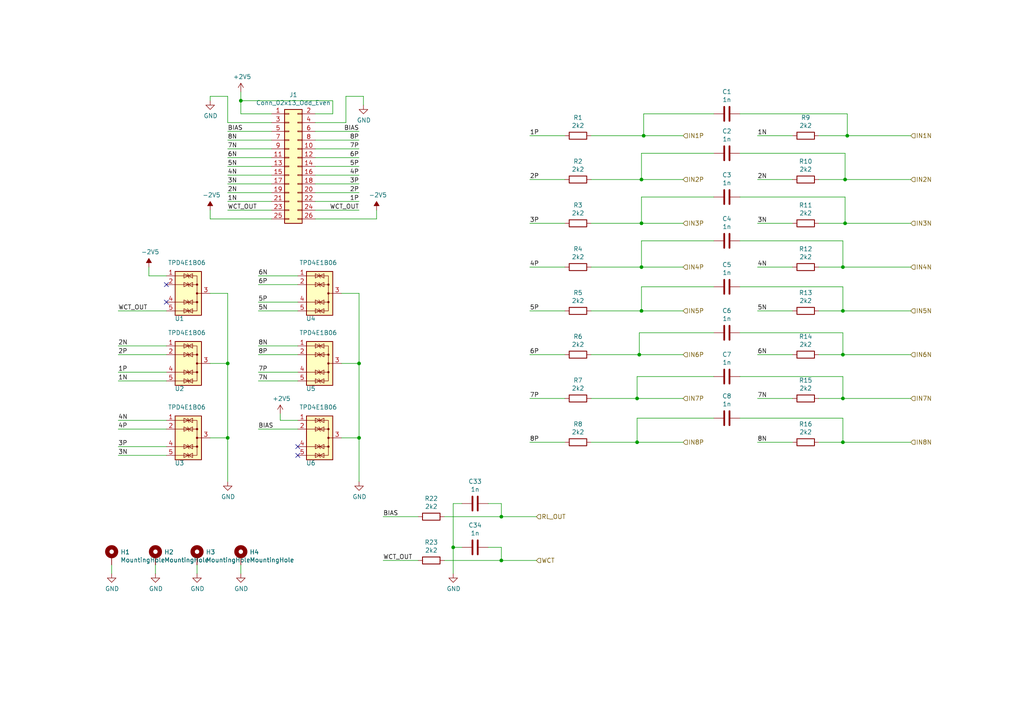
<source format=kicad_sch>
(kicad_sch (version 20230121) (generator eeschema)
  (paper "A4")
  (lib_symbols
    (symbol "Connector_Generic:Conn_02x13_Odd_Even" (pin_names (offset 1.016) hide)
      (property "Reference" "J" (at 1.27 17.78 0))
      (property "Value" "Conn_02x13_Odd_Even" (at 1.27 -17.78 0))
      (symbol "Conn_02x13_Odd_Even_1_1"
        (rectangle (start -1.27 -15.113) (end 0 -15.367) (stroke (width 0.1524)))
        (rectangle (start -1.27 -12.573) (end 0 -12.827) (stroke (width 0.1524)))
        (rectangle (start -1.27 -10.033) (end 0 -10.287) (stroke (width 0.1524)))
        (rectangle (start -1.27 -7.493) (end 0 -7.747) (stroke (width 0.1524)))
        (rectangle (start -1.27 -4.953) (end 0 -5.207) (stroke (width 0.1524)))
        (rectangle (start -1.27 -2.413) (end 0 -2.667) (stroke (width 0.1524)))
        (rectangle (start -1.27 0.127) (end 0 -0.127) (stroke (width 0.1524)))
        (rectangle (start -1.27 2.667) (end 0 2.413) (stroke (width 0.1524)))
        (rectangle (start -1.27 5.207) (end 0 4.953) (stroke (width 0.1524)))
        (rectangle (start -1.27 7.747) (end 0 7.493) (stroke (width 0.1524)))
        (rectangle (start -1.27 10.287) (end 0 10.033) (stroke (width 0.1524)))
        (rectangle (start -1.27 12.827) (end 0 12.573) (stroke (width 0.1524)))
        (rectangle (start -1.27 15.367) (end 0 15.113) (stroke (width 0.1524)))
        (rectangle (start -1.27 16.51) (end 3.81 -16.51) (stroke (width 0.254)) (fill (type background)))
        (rectangle (start 3.81 -15.113) (end 2.54 -15.367) (stroke (width 0.1524)))
        (rectangle (start 3.81 -12.573) (end 2.54 -12.827) (stroke (width 0.1524)))
        (rectangle (start 3.81 -10.033) (end 2.54 -10.287) (stroke (width 0.1524)))
        (rectangle (start 3.81 -7.493) (end 2.54 -7.747) (stroke (width 0.1524)))
        (rectangle (start 3.81 -4.953) (end 2.54 -5.207) (stroke (width 0.1524)))
        (rectangle (start 3.81 -2.413) (end 2.54 -2.667) (stroke (width 0.1524)))
        (rectangle (start 3.81 0.127) (end 2.54 -0.127) (stroke (width 0.1524)))
        (rectangle (start 3.81 2.667) (end 2.54 2.413) (stroke (width 0.1524)))
        (rectangle (start 3.81 5.207) (end 2.54 4.953) (stroke (width 0.1524)))
        (rectangle (start 3.81 7.747) (end 2.54 7.493) (stroke (width 0.1524)))
        (rectangle (start 3.81 10.287) (end 2.54 10.033) (stroke (width 0.1524)))
        (rectangle (start 3.81 12.827) (end 2.54 12.573) (stroke (width 0.1524)))
        (rectangle (start 3.81 15.367) (end 2.54 15.113) (stroke (width 0.1524)))
        (pin passive line (at -5.08 15.24 0) (length 3.81) (name "Pin_1") (number "1"))
        (pin passive line (at 7.62 5.08 180) (length 3.81) (name "Pin_10") (number "10"))
        (pin passive line (at -5.08 2.54 0) (length 3.81) (name "Pin_11") (number "11"))
        (pin passive line (at 7.62 2.54 180) (length 3.81) (name "Pin_12") (number "12"))
        (pin passive line (at -5.08 0 0) (length 3.81) (name "Pin_13") (number "13"))
        (pin passive line (at 7.62 0 180) (length 3.81) (name "Pin_14") (number "14"))
        (pin passive line (at -5.08 -2.54 0) (length 3.81) (name "Pin_15") (number "15"))
        (pin passive line (at 7.62 -2.54 180) (length 3.81) (name "Pin_16") (number "16"))
        (pin passive line (at -5.08 -5.08 0) (length 3.81) (name "Pin_17") (number "17"))
        (pin passive line (at 7.62 -5.08 180) (length 3.81) (name "Pin_18") (number "18"))
        (pin passive line (at -5.08 -7.62 0) (length 3.81) (name "Pin_19") (number "19"))
        (pin passive line (at 7.62 15.24 180) (length 3.81) (name "Pin_2") (number "2"))
        (pin passive line (at 7.62 -7.62 180) (length 3.81) (name "Pin_20") (number "20"))
        (pin passive line (at -5.08 -10.16 0) (length 3.81) (name "Pin_21") (number "21"))
        (pin passive line (at 7.62 -10.16 180) (length 3.81) (name "Pin_22") (number "22"))
        (pin passive line (at -5.08 -12.7 0) (length 3.81) (name "Pin_23") (number "23"))
        (pin passive line (at 7.62 -12.7 180) (length 3.81) (name "Pin_24") (number "24"))
        (pin passive line (at -5.08 -15.24 0) (length 3.81) (name "Pin_25") (number "25"))
        (pin passive line (at 7.62 -15.24 180) (length 3.81) (name "Pin_26") (number "26"))
        (pin passive line (at -5.08 12.7 0) (length 3.81) (name "Pin_3") (number "3"))
        (pin passive line (at 7.62 12.7 180) (length 3.81) (name "Pin_4") (number "4"))
        (pin passive line (at -5.08 10.16 0) (length 3.81) (name "Pin_5") (number "5"))
        (pin passive line (at 7.62 10.16 180) (length 3.81) (name "Pin_6") (number "6"))
        (pin passive line (at -5.08 7.62 0) (length 3.81) (name "Pin_7") (number "7"))
        (pin passive line (at 7.62 7.62 180) (length 3.81) (name "Pin_8") (number "8"))
        (pin passive line (at -5.08 5.08 0) (length 3.81) (name "Pin_9") (number "9"))
      )
    )
    (symbol "Device:C" (pin_numbers hide) (pin_names (offset 0.254))
      (property "Reference" "C" (at 0.635 2.54 0))
      (property "Value" "C" (at 0.635 -2.54 0))
      (symbol "C_0_1"
        (polyline (pts (xy -2.032 -0.762) (xy 2.032 -0.762)) (stroke (width 0.508)))
        (polyline (pts (xy -2.032 0.762) (xy 2.032 0.762)) (stroke (width 0.508)))
      )
      (symbol "C_1_1"
        (pin passive line (at 0 3.81 270) (length 2.794) (name "~") (number "1"))
        (pin passive line (at 0 -3.81 90) (length 2.794) (name "~") (number "2"))
      )
    )
    (symbol "Device:R" (pin_numbers hide) (pin_names (offset 0))
      (property "Reference" "R" (at 2.032 0 90))
      (property "Value" "R" (at 0 0 90))
      (symbol "R_0_1"
        (rectangle (start -1.016 -2.54) (end 1.016 2.54) (stroke (width 0.254)))
      )
      (symbol "R_1_1"
        (pin passive line (at 0 3.81 270) (length 1.27) (name "~") (number "1"))
        (pin passive line (at 0 -3.81 90) (length 1.27) (name "~") (number "2"))
      )
    )
    (symbol "Mechanical:MountingHole_Pad" (pin_numbers hide) (pin_names (offset 1.016) hide)
      (property "Reference" "H" (at 0 6.35 0))
      (property "Value" "MountingHole_Pad" (at 0 4.445 0))
      (symbol "MountingHole_Pad_0_1"
        (circle (center 0 1.27) (radius 1.27) (stroke (width 1.27)))
      )
      (symbol "MountingHole_Pad_1_1"
        (pin input line (at 0 -2.54 90) (length 2.54) (name "1") (number "1"))
      )
    )
    (symbol "OpenBCI_ESP32:TPD4E1B06" (pin_names hide)
      (property "Reference" "U" (at 7.62 3.81 0))
      (property "Value" "TPD4E1B06" (at 7.62 1.905 0))
      (symbol "TPD4E1B06_0_0"
        (pin passive line (at 0 -5.08 90) (length 2.54) (name "G") (number "3"))
      )
      (symbol "TPD4E1B06_0_1"
        (rectangle (start -6.35 5.08) (end 6.35 -2.54) (stroke (width 0.254)) (fill (type background)))
        (circle (center 0 -1.27) (radius 0.254) (fill (type outline)))
        (polyline (pts (xy -2.54 5.08) (xy -2.54 -1.27)))
        (polyline (pts (xy 0 -1.27) (xy 0 -2.54)))
        (polyline (pts (xy 2.54 5.08) (xy 2.54 -1.27)))
        (polyline (pts (xy -5.08 5.08) (xy -5.08 -1.27) (xy 5.08 -1.27) (xy 5.08 5.08)))
        (polyline (pts (xy -4.445 0) (xy -5.715 0) (xy -5.08 1.27) (xy -4.445 0)))
        (polyline (pts (xy -3.175 1.524) (xy -2.921 1.27) (xy -2.159 1.27) (xy -1.905 1.016)))
        (polyline (pts (xy -2.54 1.27) (xy -1.905 0) (xy -3.175 0) (xy -2.54 1.27)))
        (polyline (pts (xy 2.54 1.27) (xy 1.905 0) (xy 3.175 0) (xy 2.54 1.27)))
        (polyline (pts (xy 5.08 1.27) (xy 4.445 0) (xy 5.715 0) (xy 5.08 1.27)))
        (circle (center 2.54 -1.27) (radius 0.254) (fill (type outline)))
      )
      (symbol "TPD4E1B06_1_1"
        (circle (center -2.54 -1.27) (radius 0.254) (fill (type outline)))
        (polyline (pts (xy -5.715 1.524) (xy -5.461 1.27) (xy -4.699 1.27) (xy -4.445 1.016)))
        (polyline (pts (xy -5.08 1.27) (xy -5.715 2.54) (xy -4.445 2.54) (xy -5.08 1.27)))
        (polyline (pts (xy -2.54 1.27) (xy -3.175 2.54) (xy -1.905 2.54) (xy -2.54 1.27)))
        (polyline (pts (xy 1.905 1.524) (xy 2.159 1.27) (xy 2.921 1.27) (xy 3.175 1.016)))
        (polyline (pts (xy 2.54 1.27) (xy 1.905 2.54) (xy 3.175 2.54) (xy 2.54 1.27)))
        (polyline (pts (xy 4.445 1.524) (xy 4.699 1.27) (xy 5.461 1.27) (xy 5.715 1.016)))
        (polyline (pts (xy 5.08 1.27) (xy 4.445 2.54) (xy 5.715 2.54) (xy 5.08 1.27)))
        (pin passive line (at -5.08 7.62 270) (length 2.54) (name "IO1") (number "1"))
        (pin passive line (at -2.54 7.62 270) (length 2.54) (name "IO2") (number "2"))
        (pin passive line (at 2.54 7.62 270) (length 2.54) (name "IO3") (number "4"))
        (pin passive line (at 5.08 7.62 270) (length 2.54) (name "IO4") (number "5"))
      )
    )
    (symbol "power:+2V5" (power) (pin_names (offset 0))
      (property "Value" "+2V5" (at 0 3.556 0))
      (symbol "+2V5_0_1"
        (polyline (pts (xy -0.762 1.27) (xy 0 2.54)))
        (polyline (pts (xy 0 0) (xy 0 2.54)))
        (polyline (pts (xy 0 2.54) (xy 0.762 1.27)))
      )
      (symbol "+2V5_1_1"
        (pin power_in line (at 0 0 90) (length 0) hide (name "+2V5") (number "1"))
      )
    )
    (symbol "power:-2V5" (power) (pin_names (offset 0))
      (property "Value" "-2V5" (at 0 3.81 0))
      (symbol "-2V5_0_0"
        (pin power_in line (at 0 0 90) (length 0) hide (name "-2V5") (number "1"))
      )
      (symbol "-2V5_0_1"
        (polyline (pts (xy 0 0) (xy 0 1.27) (xy 0.762 1.27) (xy 0 2.54) (xy -0.762 1.27) (xy 0 1.27)) (fill (type outline)))
      )
    )
    (symbol "power:GND" (power) (pin_names (offset 0))
      (property "Value" "GND" (at 0 -3.81 0))
      (symbol "GND_0_1"
        (polyline (pts (xy 0 0) (xy 0 -1.27) (xy 1.27 -1.27) (xy 0 -2.54) (xy -1.27 -1.27) (xy 0 -1.27)))
      )
      (symbol "GND_1_1"
        (pin power_in line (at 0 0 270) (length 0) hide (name "GND") (number "1"))
      )
    )
  )
  (junction (at 104.14 105.41))
  (junction (at 66.04 127))
  (junction (at 104.14 127))
  (junction (at 131.445 158.75))
  (junction (at 245.11 64.77))
  (junction (at 244.475 115.57))
  (junction (at 185.42 102.87))
  (junction (at 186.055 52.07))
  (junction (at 145.415 162.56))
  (junction (at 186.055 64.77))
  (junction (at 69.85 29.21))
  (junction (at 244.475 90.17))
  (junction (at 145.415 149.86))
  (junction (at 244.475 102.87))
  (junction (at 245.745 39.37))
  (junction (at 184.785 115.57))
  (junction (at 186.69 39.37))
  (junction (at 186.055 77.47))
  (junction (at 184.785 128.27))
  (junction (at 244.475 128.27))
  (junction (at 66.04 105.41))
  (junction (at 245.11 52.07))
  (junction (at 186.055 90.17))
  (junction (at 244.475 77.47))
  (no_connect (at 86.36 132.08))
  (no_connect (at 86.36 129.54))
  (no_connect (at 48.26 82.55))
  (no_connect (at 48.26 87.63))
  (wire (pts (xy 66.04 27.94) (xy 60.96 27.94)))
  (wire (pts (xy 78.74 38.1) (xy 66.04 38.1)))
  (wire (pts (xy 214.63 33.02) (xy 245.745 33.02)))
  (wire (pts (xy 163.83 64.77) (xy 153.67 64.77)))
  (wire (pts (xy 214.63 109.22) (xy 244.475 109.22)))
  (wire (pts (xy 244.475 77.47) (xy 264.16 77.47)))
  (wire (pts (xy 171.45 102.87) (xy 185.42 102.87)))
  (wire (pts (xy 145.415 162.56) (xy 155.575 162.56)))
  (wire (pts (xy 100.33 35.56) (xy 100.33 27.94)))
  (wire (pts (xy 128.905 162.56) (xy 145.415 162.56)))
  (wire (pts (xy 145.415 149.86) (xy 155.575 149.86)))
  (wire (pts (xy 86.36 107.95) (xy 74.93 107.95)))
  (wire (pts (xy 245.11 52.07) (xy 264.16 52.07)))
  (wire (pts (xy 214.63 96.52) (xy 244.475 96.52)))
  (wire (pts (xy 66.04 85.09) (xy 66.04 105.41)))
  (wire (pts (xy 237.49 128.27) (xy 244.475 128.27)))
  (wire (pts (xy 69.85 163.83) (xy 69.85 166.37)))
  (wire (pts (xy 99.06 127) (xy 104.14 127)))
  (wire (pts (xy 163.83 39.37) (xy 153.67 39.37)))
  (wire (pts (xy 78.74 48.26) (xy 66.04 48.26)))
  (wire (pts (xy 171.45 128.27) (xy 184.785 128.27)))
  (wire (pts (xy 91.44 60.96) (xy 104.14 60.96)))
  (wire (pts (xy 237.49 102.87) (xy 244.475 102.87)))
  (wire (pts (xy 229.87 128.27) (xy 219.71 128.27)))
  (wire (pts (xy 237.49 64.77) (xy 245.11 64.77)))
  (wire (pts (xy 207.01 109.22) (xy 184.785 109.22)))
  (wire (pts (xy 214.63 83.185) (xy 244.475 83.185)))
  (wire (pts (xy 91.44 38.1) (xy 104.14 38.1)))
  (wire (pts (xy 141.605 158.75) (xy 145.415 158.75)))
  (wire (pts (xy 48.26 124.46) (xy 34.29 124.46)))
  (wire (pts (xy 237.49 115.57) (xy 244.475 115.57)))
  (wire (pts (xy 163.83 90.17) (xy 153.67 90.17)))
  (wire (pts (xy 121.285 162.56) (xy 111.125 162.56)))
  (wire (pts (xy 237.49 90.17) (xy 244.475 90.17)))
  (wire (pts (xy 48.26 121.92) (xy 34.29 121.92)))
  (wire (pts (xy 244.475 109.22) (xy 244.475 115.57)))
  (wire (pts (xy 207.01 33.02) (xy 186.69 33.02)))
  (wire (pts (xy 245.11 57.15) (xy 245.11 64.77)))
  (wire (pts (xy 109.22 63.5) (xy 109.22 60.96)))
  (wire (pts (xy 86.36 100.33) (xy 74.93 100.33)))
  (wire (pts (xy 48.26 100.33) (xy 34.29 100.33)))
  (wire (pts (xy 81.28 121.92) (xy 81.28 120.015)))
  (wire (pts (xy 186.69 39.37) (xy 198.12 39.37)))
  (wire (pts (xy 78.74 33.02) (xy 69.85 33.02)))
  (wire (pts (xy 91.44 33.02) (xy 96.52 33.02)))
  (wire (pts (xy 104.14 127) (xy 104.14 139.7)))
  (wire (pts (xy 48.26 102.87) (xy 34.29 102.87)))
  (wire (pts (xy 66.04 35.56) (xy 78.74 35.56)))
  (wire (pts (xy 78.74 55.88) (xy 66.04 55.88)))
  (wire (pts (xy 171.45 52.07) (xy 186.055 52.07)))
  (wire (pts (xy 184.785 115.57) (xy 198.12 115.57)))
  (wire (pts (xy 171.45 115.57) (xy 184.785 115.57)))
  (wire (pts (xy 86.36 82.55) (xy 74.93 82.55)))
  (wire (pts (xy 45.085 163.83) (xy 45.085 166.37)))
  (wire (pts (xy 86.36 121.92) (xy 81.28 121.92)))
  (wire (pts (xy 86.36 87.63) (xy 74.93 87.63)))
  (wire (pts (xy 91.44 40.64) (xy 104.14 40.64)))
  (wire (pts (xy 60.96 127) (xy 66.04 127)))
  (wire (pts (xy 186.055 44.45) (xy 186.055 52.07)))
  (wire (pts (xy 237.49 52.07) (xy 245.11 52.07)))
  (wire (pts (xy 60.96 63.5) (xy 78.74 63.5)))
  (wire (pts (xy 86.36 124.46) (xy 74.93 124.46)))
  (wire (pts (xy 214.63 69.85) (xy 244.475 69.85)))
  (wire (pts (xy 229.87 52.07) (xy 219.71 52.07)))
  (wire (pts (xy 57.15 163.83) (xy 57.15 166.37)))
  (wire (pts (xy 104.14 85.09) (xy 104.14 105.41)))
  (wire (pts (xy 186.055 90.17) (xy 198.12 90.17)))
  (wire (pts (xy 121.285 149.86) (xy 111.125 149.86)))
  (wire (pts (xy 133.985 158.75) (xy 131.445 158.75)))
  (wire (pts (xy 245.11 64.77) (xy 264.16 64.77)))
  (wire (pts (xy 43.18 80.01) (xy 48.26 80.01)))
  (wire (pts (xy 91.44 63.5) (xy 109.22 63.5)))
  (wire (pts (xy 91.44 45.72) (xy 104.14 45.72)))
  (wire (pts (xy 245.745 33.02) (xy 245.745 39.37)))
  (wire (pts (xy 128.905 149.86) (xy 145.415 149.86)))
  (wire (pts (xy 163.83 102.87) (xy 153.67 102.87)))
  (wire (pts (xy 229.87 102.87) (xy 219.71 102.87)))
  (wire (pts (xy 48.26 107.95) (xy 34.29 107.95)))
  (wire (pts (xy 229.87 39.37) (xy 219.71 39.37)))
  (wire (pts (xy 207.01 69.85) (xy 186.055 69.85)))
  (wire (pts (xy 91.44 58.42) (xy 104.14 58.42)))
  (wire (pts (xy 184.785 121.285) (xy 184.785 128.27)))
  (wire (pts (xy 99.06 105.41) (xy 104.14 105.41)))
  (wire (pts (xy 60.96 27.94) (xy 60.96 29.21)))
  (wire (pts (xy 244.475 96.52) (xy 244.475 102.87)))
  (wire (pts (xy 214.63 57.15) (xy 245.11 57.15)))
  (wire (pts (xy 214.63 44.45) (xy 245.11 44.45)))
  (wire (pts (xy 244.475 69.85) (xy 244.475 77.47)))
  (wire (pts (xy 186.055 52.07) (xy 198.12 52.07)))
  (wire (pts (xy 48.26 129.54) (xy 34.29 129.54)))
  (wire (pts (xy 66.04 27.94) (xy 66.04 35.56)))
  (wire (pts (xy 184.785 128.27) (xy 198.12 128.27)))
  (wire (pts (xy 163.83 128.27) (xy 153.67 128.27)))
  (wire (pts (xy 244.475 90.17) (xy 264.16 90.17)))
  (wire (pts (xy 48.26 90.17) (xy 34.29 90.17)))
  (wire (pts (xy 207.01 83.185) (xy 186.055 83.185)))
  (wire (pts (xy 48.26 110.49) (xy 34.29 110.49)))
  (wire (pts (xy 237.49 39.37) (xy 245.745 39.37)))
  (wire (pts (xy 207.01 57.15) (xy 186.055 57.15)))
  (wire (pts (xy 244.475 83.185) (xy 244.475 90.17)))
  (wire (pts (xy 245.745 39.37) (xy 264.16 39.37)))
  (wire (pts (xy 229.87 77.47) (xy 219.71 77.47)))
  (wire (pts (xy 244.475 115.57) (xy 264.16 115.57)))
  (wire (pts (xy 91.44 53.34) (xy 104.14 53.34)))
  (wire (pts (xy 32.385 163.83) (xy 32.385 166.37)))
  (wire (pts (xy 133.985 146.05) (xy 131.445 146.05)))
  (wire (pts (xy 91.44 55.88) (xy 104.14 55.88)))
  (wire (pts (xy 104.14 105.41) (xy 104.14 127)))
  (wire (pts (xy 43.18 77.47) (xy 43.18 80.01)))
  (wire (pts (xy 171.45 90.17) (xy 186.055 90.17)))
  (wire (pts (xy 131.445 146.05) (xy 131.445 158.75)))
  (wire (pts (xy 100.33 27.94) (xy 105.41 27.94)))
  (wire (pts (xy 186.055 69.85) (xy 186.055 77.47)))
  (wire (pts (xy 214.63 121.285) (xy 244.475 121.285)))
  (wire (pts (xy 60.96 60.96) (xy 60.96 63.5)))
  (wire (pts (xy 78.74 60.96) (xy 66.04 60.96)))
  (wire (pts (xy 105.41 27.94) (xy 105.41 30.48)))
  (wire (pts (xy 66.04 105.41) (xy 66.04 127)))
  (wire (pts (xy 207.01 44.45) (xy 186.055 44.45)))
  (wire (pts (xy 185.42 96.52) (xy 185.42 102.87)))
  (wire (pts (xy 245.11 44.45) (xy 245.11 52.07)))
  (wire (pts (xy 78.74 43.18) (xy 66.04 43.18)))
  (wire (pts (xy 99.06 85.09) (xy 104.14 85.09)))
  (wire (pts (xy 184.785 121.285) (xy 207.01 121.285)))
  (wire (pts (xy 186.69 33.02) (xy 186.69 39.37)))
  (wire (pts (xy 48.26 132.08) (xy 34.29 132.08)))
  (wire (pts (xy 78.74 50.8) (xy 66.04 50.8)))
  (wire (pts (xy 91.44 43.18) (xy 104.14 43.18)))
  (wire (pts (xy 186.055 57.15) (xy 186.055 64.77)))
  (wire (pts (xy 86.36 80.01) (xy 74.93 80.01)))
  (wire (pts (xy 244.475 121.285) (xy 244.475 128.27)))
  (wire (pts (xy 78.74 40.64) (xy 66.04 40.64)))
  (wire (pts (xy 186.055 77.47) (xy 198.12 77.47)))
  (wire (pts (xy 86.36 110.49) (xy 74.93 110.49)))
  (wire (pts (xy 69.85 29.21) (xy 69.85 33.02)))
  (wire (pts (xy 91.44 48.26) (xy 104.14 48.26)))
  (wire (pts (xy 78.74 53.34) (xy 66.04 53.34)))
  (wire (pts (xy 78.74 45.72) (xy 66.04 45.72)))
  (wire (pts (xy 60.96 85.09) (xy 66.04 85.09)))
  (wire (pts (xy 69.85 29.21) (xy 96.52 29.21)))
  (wire (pts (xy 66.04 127) (xy 66.04 139.7)))
  (wire (pts (xy 186.055 83.185) (xy 186.055 90.17)))
  (wire (pts (xy 60.96 105.41) (xy 66.04 105.41)))
  (wire (pts (xy 163.83 77.47) (xy 153.67 77.47)))
  (wire (pts (xy 171.45 64.77) (xy 186.055 64.77)))
  (wire (pts (xy 171.45 77.47) (xy 186.055 77.47)))
  (wire (pts (xy 229.87 64.77) (xy 219.71 64.77)))
  (wire (pts (xy 86.36 102.87) (xy 74.93 102.87)))
  (wire (pts (xy 244.475 102.87) (xy 264.16 102.87)))
  (wire (pts (xy 207.01 96.52) (xy 185.42 96.52)))
  (wire (pts (xy 229.87 115.57) (xy 219.71 115.57)))
  (wire (pts (xy 184.785 109.22) (xy 184.785 115.57)))
  (wire (pts (xy 163.83 52.07) (xy 153.67 52.07)))
  (wire (pts (xy 86.36 90.17) (xy 74.93 90.17)))
  (wire (pts (xy 185.42 102.87) (xy 198.12 102.87)))
  (wire (pts (xy 145.415 146.05) (xy 145.415 149.86)))
  (wire (pts (xy 91.44 50.8) (xy 104.14 50.8)))
  (wire (pts (xy 244.475 128.27) (xy 264.16 128.27)))
  (wire (pts (xy 96.52 29.21) (xy 96.52 33.02)))
  (wire (pts (xy 163.83 115.57) (xy 153.67 115.57)))
  (wire (pts (xy 131.445 158.75) (xy 131.445 166.37)))
  (wire (pts (xy 229.87 90.17) (xy 219.71 90.17)))
  (wire (pts (xy 145.415 158.75) (xy 145.415 162.56)))
  (wire (pts (xy 141.605 146.05) (xy 145.415 146.05)))
  (wire (pts (xy 171.45 39.37) (xy 186.69 39.37)))
  (wire (pts (xy 78.74 58.42) (xy 66.04 58.42)))
  (wire (pts (xy 69.85 26.67) (xy 69.85 29.21)))
  (wire (pts (xy 91.44 35.56) (xy 100.33 35.56)))
  (wire (pts (xy 237.49 77.47) (xy 244.475 77.47)))
  (wire (pts (xy 186.055 64.77) (xy 198.12 64.77)))
  (label "5P" (at 104.14 48.26 180))
  (label "5P" (at 74.93 87.63 0))
  (label "2N" (at 34.29 100.33 0))
  (label "BIAS" (at 104.14 38.1 180))
  (label "3P" (at 153.67 64.77 0))
  (label "5N" (at 74.93 90.17 0))
  (label "6P" (at 104.14 45.72 180))
  (label "4N" (at 219.71 77.47 0))
  (label "2P" (at 34.29 102.87 0))
  (label "8P" (at 104.14 40.64 180))
  (label "6N" (at 219.71 102.87 0))
  (label "4N" (at 66.04 50.8 0))
  (label "8N" (at 66.04 40.64 0))
  (label "WCT_OUT" (at 104.14 60.96 180))
  (label "8P" (at 74.93 102.87 0))
  (label "WCT_OUT" (at 34.29 90.17 0))
  (label "1N" (at 219.71 39.37 0))
  (label "6N" (at 74.93 80.01 0))
  (label "7P" (at 153.67 115.57 0))
  (label "2P" (at 104.14 55.88 180))
  (label "4P" (at 34.29 124.46 0))
  (label "7P" (at 74.93 107.95 0))
  (label "4N" (at 34.29 121.92 0))
  (label "2N" (at 219.71 52.07 0))
  (label "1N" (at 34.29 110.49 0))
  (label "3N" (at 34.29 132.08 0))
  (label "WCT_OUT" (at 111.125 162.56 0))
  (label "3N" (at 66.04 53.34 0))
  (label "7N" (at 66.04 43.18 0))
  (label "6P" (at 153.67 102.87 0))
  (label "3P" (at 34.29 129.54 0))
  (label "1P" (at 104.14 58.42 180))
  (label "1N" (at 66.04 58.42 0))
  (label "4P" (at 153.67 77.47 0))
  (label "BIAS" (at 111.125 149.86 0))
  (label "7P" (at 104.14 43.18 180))
  (label "8N" (at 74.93 100.33 0))
  (label "7N" (at 74.93 110.49 0))
  (label "2P" (at 153.67 52.07 0))
  (label "8P" (at 153.67 128.27 0))
  (label "BIAS" (at 74.93 124.46 0))
  (label "3N" (at 219.71 64.77 0))
  (label "BIAS" (at 66.04 38.1 0))
  (label "7N" (at 219.71 115.57 0))
  (label "3P" (at 104.14 53.34 180))
  (label "WCT_OUT" (at 66.04 60.96 0))
  (label "8N" (at 219.71 128.27 0))
  (label "1P" (at 34.29 107.95 0))
  (label "4P" (at 104.14 50.8 180))
  (label "6N" (at 66.04 45.72 0))
  (label "6P" (at 74.93 82.55 0))
  (label "1P" (at 153.67 39.37 0))
  (label "2N" (at 66.04 55.88 0))
  (label "5N" (at 66.04 48.26 0))
  (label "5N" (at 219.71 90.17 0))
  (label "5P" (at 153.67 90.17 0))
  (hierarchical_label "IN7P" (shape input) (at 198.12 115.57 0))
  (hierarchical_label "IN2P" (shape input) (at 198.12 52.07 0))
  (hierarchical_label "IN1P" (shape input) (at 198.12 39.37 0))
  (hierarchical_label "IN8N" (shape input) (at 264.16 128.27 0))
  (hierarchical_label "IN6P" (shape input) (at 198.12 102.87 0))
  (hierarchical_label "IN5P" (shape input) (at 198.12 90.17 0))
  (hierarchical_label "WCT" (shape input) (at 155.575 162.56 0))
  (hierarchical_label "IN8P" (shape input) (at 198.12 128.27 0))
  (hierarchical_label "IN2N" (shape input) (at 264.16 52.07 0))
  (hierarchical_label "RL_OUT" (shape input) (at 155.575 149.86 0))
  (hierarchical_label "IN3P" (shape input) (at 198.12 64.77 0))
  (hierarchical_label "IN7N" (shape input) (at 264.16 115.57 0))
  (hierarchical_label "IN1N" (shape input) (at 264.16 39.37 0))
  (hierarchical_label "IN6N" (shape input) (at 264.16 102.87 0))
  (hierarchical_label "IN3N" (shape input) (at 264.16 64.77 0))
  (hierarchical_label "IN4N" (shape input) (at 264.16 77.47 0))
  (hierarchical_label "IN5N" (shape input) (at 264.16 90.17 0))
  (hierarchical_label "IN4P" (shape input) (at 198.12 77.47 0))
  (symbol (lib_id "OpenBCI_ESP32:TPD4E1B06") (at 55.88 85.09 90) (mirror x) (unit 1)
    (property "Reference" "U1" (at 53.4416 92.4052 90) (effects (justify left)))
    (property "Value" "TPD4E1B06" (at 59.69 76.2 90) (effects (justify left)))
    (property "Footprint" "Package_TO_SOT_SMD:SOT-363_SC-70-6" (effects hide))
    (property "Datasheet" "http://www.ti.com/lit/ds/symlink/tpd4e02b04.pdf" (effects hide))
  )
  (symbol (lib_id "Connector_Generic:Conn_02x13_Odd_Even") (at 83.82 48.26 0) (unit 1)
    (property "Reference" "J1" (at 85.09 27.5082 0))
    (property "Value" "Conn_02x13_Odd_Even" (at 85.09 29.8196 0))
    (property "Footprint" "OpenBCI_ESP32:PinHeader_2x13_P2.54mm_OpenBCI" (effects hide))
  )
  (symbol (lib_id "power:-2V5") (at 43.18 77.47 0) (unit 1)
    (property "Reference" "#PWR0101" (effects hide))
    (property "Value" "-2V5" (at 43.561 73.0758 0))
  )
  (symbol (lib_id "Device:R") (at 125.095 149.86 270) (unit 1)
    (property "Reference" "R22" (at 125.095 144.6022 90))
    (property "Value" "2k2" (at 125.095 146.9136 90))
    (property "Footprint" "Resistor_SMD:R_0603_1608Metric" (effects hide))
  )
  (symbol (lib_id "Device:C") (at 137.795 146.05 270) (unit 1)
    (property "Reference" "C33" (at 137.795 139.6492 90))
    (property "Value" "1n" (at 137.795 141.9606 90))
    (property "Footprint" "Capacitor_SMD:C_0603_1608Metric" (effects hide))
  )
  (symbol (lib_id "Device:R") (at 125.095 162.56 270) (unit 1)
    (property "Reference" "R23" (at 125.095 157.3022 90))
    (property "Value" "2k2" (at 125.095 159.6136 90))
    (property "Footprint" "Resistor_SMD:R_0603_1608Metric" (effects hide))
  )
  (symbol (lib_id "Device:C") (at 137.795 158.75 270) (unit 1)
    (property "Reference" "C34" (at 137.795 152.3492 90))
    (property "Value" "1n" (at 137.795 154.6606 90))
    (property "Footprint" "Capacitor_SMD:C_0603_1608Metric" (effects hide))
  )
  (symbol (lib_id "power:GND") (at 131.445 166.37 0) (unit 1)
    (property "Reference" "#PWR0106" (effects hide))
    (property "Value" "GND" (at 131.572 170.7642 0))
  )
  (symbol (lib_id "power:+2V5") (at 69.85 26.67 0) (unit 1)
    (property "Reference" "#PWR04" (effects hide))
    (property "Value" "+2V5" (at 70.231 22.2758 0))
  )
  (symbol (lib_id "power:GND") (at 60.96 29.21 0) (unit 1)
    (property "Reference" "#PWR01" (effects hide))
    (property "Value" "GND" (at 61.087 33.6042 0))
  )
  (symbol (lib_id "power:GND") (at 105.41 30.48 0) (unit 1)
    (property "Reference" "#PWR06" (effects hide))
    (property "Value" "GND" (at 105.537 34.8742 0))
  )
  (symbol (lib_id "power:-2V5") (at 60.96 60.96 0) (unit 1)
    (property "Reference" "#PWR02" (effects hide))
    (property "Value" "-2V5" (at 61.341 56.5658 0))
  )
  (symbol (lib_id "power:-2V5") (at 109.22 60.96 0) (unit 1)
    (property "Reference" "#PWR07" (effects hide))
    (property "Value" "-2V5" (at 109.601 56.5658 0))
  )
  (symbol (lib_id "Device:R") (at 167.64 39.37 270) (unit 1)
    (property "Reference" "R1" (at 167.64 34.1122 90))
    (property "Value" "2k2" (at 167.64 36.4236 90))
    (property "Footprint" "Resistor_SMD:R_0603_1608Metric" (effects hide))
  )
  (symbol (lib_id "Device:R") (at 167.64 52.07 270) (unit 1)
    (property "Reference" "R2" (at 167.64 46.8122 90))
    (property "Value" "2k2" (at 167.64 49.1236 90))
    (property "Footprint" "Resistor_SMD:R_0603_1608Metric" (effects hide))
  )
  (symbol (lib_id "Mechanical:MountingHole_Pad") (at 32.385 161.29 0) (unit 1)
    (property "Reference" "H1" (at 34.925 160.1216 0) (effects (justify left)))
    (property "Value" "MountingHole" (at 34.925 162.433 0) (effects (justify left)))
    (property "Footprint" "MountingHole:MountingHole_2.7mm_M2.5_DIN965_Pad_TopBottom" (effects hide))
  )
  (symbol (lib_id "Device:C") (at 210.82 33.02 270) (unit 1)
    (property "Reference" "C1" (at 210.82 26.6192 90))
    (property "Value" "1n" (at 210.82 28.9306 90))
    (property "Footprint" "Capacitor_SMD:C_0603_1608Metric" (effects hide))
  )
  (symbol (lib_id "Mechanical:MountingHole_Pad") (at 45.085 161.29 0) (unit 1)
    (property "Reference" "H2" (at 47.625 160.1216 0) (effects (justify left)))
    (property "Value" "MountingHole" (at 47.625 162.433 0) (effects (justify left)))
    (property "Footprint" "MountingHole:MountingHole_2.7mm_M2.5_DIN965_Pad_TopBottom" (effects hide))
  )
  (symbol (lib_id "Mechanical:MountingHole_Pad") (at 57.15 161.29 0) (unit 1)
    (property "Reference" "H3" (at 59.69 160.1216 0) (effects (justify left)))
    (property "Value" "MountingHole" (at 59.69 162.433 0) (effects (justify left)))
    (property "Footprint" "MountingHole:MountingHole_2.7mm_M2.5_DIN965_Pad_TopBottom" (effects hide))
  )
  (symbol (lib_id "Mechanical:MountingHole_Pad") (at 69.85 161.29 0) (unit 1)
    (property "Reference" "H4" (at 72.39 160.1216 0) (effects (justify left)))
    (property "Value" "MountingHole" (at 72.39 162.433 0) (effects (justify left)))
    (property "Footprint" "MountingHole:MountingHole_2.7mm_M2.5_DIN965_Pad_TopBottom" (effects hide))
  )
  (symbol (lib_id "Device:C") (at 210.82 44.45 270) (unit 1)
    (property "Reference" "C2" (at 210.82 38.0492 90))
    (property "Value" "1n" (at 210.82 40.3606 90))
    (property "Footprint" "Capacitor_SMD:C_0603_1608Metric" (effects hide))
  )
  (symbol (lib_id "Device:R") (at 167.64 64.77 270) (unit 1)
    (property "Reference" "R3" (at 167.64 59.5122 90))
    (property "Value" "2k2" (at 167.64 61.8236 90))
    (property "Footprint" "Resistor_SMD:R_0603_1608Metric" (effects hide))
  )
  (symbol (lib_id "Device:R") (at 167.64 77.47 270) (unit 1)
    (property "Reference" "R4" (at 167.64 72.2122 90))
    (property "Value" "2k2" (at 167.64 74.5236 90))
    (property "Footprint" "Resistor_SMD:R_0603_1608Metric" (effects hide))
  )
  (symbol (lib_id "Device:C") (at 210.82 57.15 270) (unit 1)
    (property "Reference" "C3" (at 210.82 50.7492 90))
    (property "Value" "1n" (at 210.82 53.0606 90))
    (property "Footprint" "Capacitor_SMD:C_0603_1608Metric" (effects hide))
  )
  (symbol (lib_id "Device:C") (at 210.82 69.85 270) (unit 1)
    (property "Reference" "C4" (at 210.82 63.4492 90))
    (property "Value" "1n" (at 210.82 65.7606 90))
    (property "Footprint" "Capacitor_SMD:C_0603_1608Metric" (effects hide))
  )
  (symbol (lib_id "Device:R") (at 167.64 90.17 270) (unit 1)
    (property "Reference" "R5" (at 167.64 84.9122 90))
    (property "Value" "2k2" (at 167.64 87.2236 90))
    (property "Footprint" "Resistor_SMD:R_0603_1608Metric" (effects hide))
  )
  (symbol (lib_id "Device:R") (at 167.64 102.87 270) (unit 1)
    (property "Reference" "R6" (at 167.64 97.6122 90))
    (property "Value" "2k2" (at 167.64 99.9236 90))
    (property "Footprint" "Resistor_SMD:R_0603_1608Metric" (effects hide))
  )
  (symbol (lib_id "Device:C") (at 210.82 83.185 270) (unit 1)
    (property "Reference" "C5" (at 210.82 76.7842 90))
    (property "Value" "1n" (at 210.82 79.0956 90))
    (property "Footprint" "Capacitor_SMD:C_0603_1608Metric" (effects hide))
  )
  (symbol (lib_id "Device:C") (at 210.82 96.52 270) (unit 1)
    (property "Reference" "C6" (at 210.82 90.1192 90))
    (property "Value" "1n" (at 210.82 92.4306 90))
    (property "Footprint" "Capacitor_SMD:C_0603_1608Metric" (effects hide))
  )
  (symbol (lib_id "Device:R") (at 167.64 115.57 270) (unit 1)
    (property "Reference" "R7" (at 167.64 110.3122 90))
    (property "Value" "2k2" (at 167.64 112.6236 90))
    (property "Footprint" "Resistor_SMD:R_0603_1608Metric" (effects hide))
  )
  (symbol (lib_id "Device:R") (at 167.64 128.27 270) (unit 1)
    (property "Reference" "R8" (at 167.64 123.0122 90))
    (property "Value" "2k2" (at 167.64 125.3236 90))
    (property "Footprint" "Resistor_SMD:R_0603_1608Metric" (effects hide))
  )
  (symbol (lib_id "Device:C") (at 210.82 109.22 270) (unit 1)
    (property "Reference" "C7" (at 210.82 102.8192 90))
    (property "Value" "1n" (at 210.82 105.1306 90))
    (property "Footprint" "Capacitor_SMD:C_0603_1608Metric" (effects hide))
  )
  (symbol (lib_id "Device:C") (at 210.82 121.285 270) (unit 1)
    (property "Reference" "C8" (at 210.82 114.8842 90))
    (property "Value" "1n" (at 210.82 117.1956 90))
    (property "Footprint" "Capacitor_SMD:C_0603_1608Metric" (effects hide))
  )
  (symbol (lib_id "Device:R") (at 233.68 39.37 270) (unit 1)
    (property "Reference" "R9" (at 233.68 34.1122 90))
    (property "Value" "2k2" (at 233.68 36.4236 90))
    (property "Footprint" "Resistor_SMD:R_0603_1608Metric" (effects hide))
  )
  (symbol (lib_id "Device:R") (at 233.68 52.07 270) (unit 1)
    (property "Reference" "R10" (at 233.68 46.8122 90))
    (property "Value" "2k2" (at 233.68 49.1236 90))
    (property "Footprint" "Resistor_SMD:R_0603_1608Metric" (effects hide))
  )
  (symbol (lib_id "Device:R") (at 233.68 64.77 270) (unit 1)
    (property "Reference" "R11" (at 233.68 59.5122 90))
    (property "Value" "2k2" (at 233.68 61.8236 90))
    (property "Footprint" "Resistor_SMD:R_0603_1608Metric" (effects hide))
  )
  (symbol (lib_id "Device:R") (at 233.68 77.47 270) (unit 1)
    (property "Reference" "R12" (at 233.68 72.2122 90))
    (property "Value" "2k2" (at 233.68 74.5236 90))
    (property "Footprint" "Resistor_SMD:R_0603_1608Metric" (effects hide))
  )
  (symbol (lib_id "Device:R") (at 233.68 90.17 270) (unit 1)
    (property "Reference" "R13" (at 233.68 84.9122 90))
    (property "Value" "2k2" (at 233.68 87.2236 90))
    (property "Footprint" "Resistor_SMD:R_0603_1608Metric" (effects hide))
  )
  (symbol (lib_id "Device:R") (at 233.68 102.87 270) (unit 1)
    (property "Reference" "R14" (at 233.68 97.6122 90))
    (property "Value" "2k2" (at 233.68 99.9236 90))
    (property "Footprint" "Resistor_SMD:R_0603_1608Metric" (effects hide))
  )
  (symbol (lib_id "Device:R") (at 233.68 115.57 270) (unit 1)
    (property "Reference" "R15" (at 233.68 110.3122 90))
    (property "Value" "2k2" (at 233.68 112.6236 90))
    (property "Footprint" "Resistor_SMD:R_0603_1608Metric" (effects hide))
  )
  (symbol (lib_id "Device:R") (at 233.68 128.27 270) (unit 1)
    (property "Reference" "R16" (at 233.68 123.0122 90))
    (property "Value" "2k2" (at 233.68 125.3236 90))
    (property "Footprint" "Resistor_SMD:R_0603_1608Metric" (effects hide))
  )
  (symbol (lib_id "OpenBCI_ESP32:TPD4E1B06") (at 55.88 105.41 90) (mirror x) (unit 1)
    (property "Reference" "U2" (at 53.4416 112.7252 90) (effects (justify left)))
    (property "Value" "TPD4E1B06" (at 59.69 96.52 90) (effects (justify left)))
    (property "Footprint" "Package_TO_SOT_SMD:SOT-363_SC-70-6" (effects hide))
    (property "Datasheet" "http://www.ti.com/lit/ds/symlink/tpd4e02b04.pdf" (effects hide))
  )
  (symbol (lib_id "OpenBCI_ESP32:TPD4E1B06") (at 55.88 127 90) (mirror x) (unit 1)
    (property "Reference" "U3" (at 53.4416 134.3152 90) (effects (justify left)))
    (property "Value" "TPD4E1B06" (at 59.69 118.11 90) (effects (justify left)))
    (property "Footprint" "Package_TO_SOT_SMD:SOT-363_SC-70-6" (effects hide))
    (property "Datasheet" "http://www.ti.com/lit/ds/symlink/tpd4e02b04.pdf" (effects hide))
  )
  (symbol (lib_id "OpenBCI_ESP32:TPD4E1B06") (at 93.98 85.09 90) (mirror x) (unit 1)
    (property "Reference" "U4" (at 91.5416 92.4052 90) (effects (justify left)))
    (property "Value" "TPD4E1B06" (at 97.79 76.2 90) (effects (justify left)))
    (property "Footprint" "Package_TO_SOT_SMD:SOT-363_SC-70-6" (effects hide))
    (property "Datasheet" "http://www.ti.com/lit/ds/symlink/tpd4e02b04.pdf" (effects hide))
  )
  (symbol (lib_id "OpenBCI_ESP32:TPD4E1B06") (at 93.98 105.41 90) (mirror x) (unit 1)
    (property "Reference" "U5" (at 91.5416 112.7252 90) (effects (justify left)))
    (property "Value" "TPD4E1B06" (at 97.79 96.52 90) (effects (justify left)))
    (property "Footprint" "Package_TO_SOT_SMD:SOT-363_SC-70-6" (effects hide))
    (property "Datasheet" "http://www.ti.com/lit/ds/symlink/tpd4e02b04.pdf" (effects hide))
  )
  (symbol (lib_id "OpenBCI_ESP32:TPD4E1B06") (at 93.98 127 90) (mirror x) (unit 1)
    (property "Reference" "U6" (at 91.5416 134.3152 90) (effects (justify left)))
    (property "Value" "TPD4E1B06" (at 97.79 118.11 90) (effects (justify left)))
    (property "Footprint" "Package_TO_SOT_SMD:SOT-363_SC-70-6" (effects hide))
    (property "Datasheet" "http://www.ti.com/lit/ds/symlink/tpd4e02b04.pdf" (effects hide))
  )
  (symbol (lib_id "power:GND") (at 104.14 139.7 0) (unit 1)
    (property "Reference" "#PWR05" (effects hide))
    (property "Value" "GND" (at 104.267 144.0942 0))
  )
  (symbol (lib_id "power:GND") (at 66.04 139.7 0) (unit 1)
    (property "Reference" "#PWR03" (effects hide))
    (property "Value" "GND" (at 66.167 144.0942 0))
  )
  (symbol (lib_id "power:+2V5") (at 81.28 120.015 0) (unit 1)
    (property "Reference" "#PWR0110" (effects hide))
    (property "Value" "+2V5" (at 81.661 115.6208 0))
  )
  (symbol (lib_id "power:GND") (at 57.15 166.37 0) (unit 1)
    (property "Reference" "#PWR029" (effects hide))
    (property "Value" "GND" (at 57.277 170.7642 0))
  )
  (symbol (lib_id "power:GND") (at 45.085 166.37 0) (unit 1)
    (property "Reference" "#PWR028" (effects hide))
    (property "Value" "GND" (at 45.212 170.7642 0))
  )
  (symbol (lib_id "power:GND") (at 69.85 166.37 0) (unit 1)
    (property "Reference" "#PWR030" (effects hide))
    (property "Value" "GND" (at 69.977 170.7642 0))
  )
  (symbol (lib_id "power:GND") (at 32.385 166.37 0) (unit 1)
    (property "Reference" "#PWR027" (effects hide))
    (property "Value" "GND" (at 32.512 170.7642 0))
  )
)
</source>
